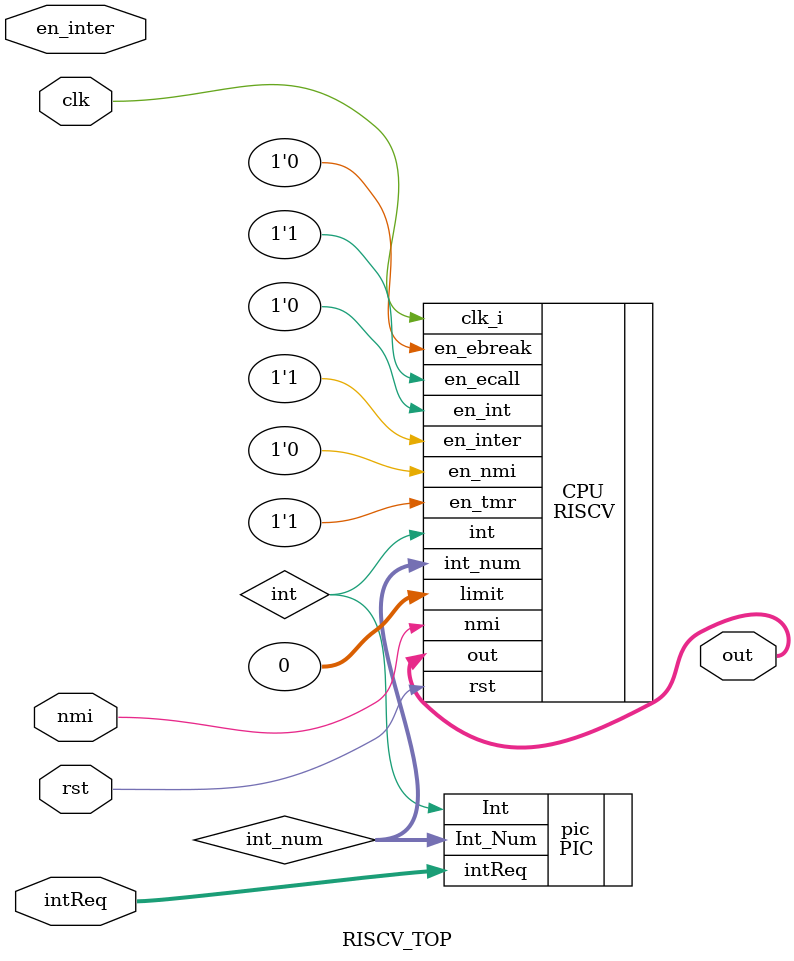
<source format=v>
`timescale 1ns / 1ps


module RISCV_TOP(    
    input       clk,
    input       rst,
    input       en_inter,
    input [7:0] intReq,
    input       nmi,
    output [31:0] out
);

wire int; 
wire [2:0] int_num;

PIC pic (.intReq(intReq), .Int(int), .Int_Num(int_num));

RISCV CPU (
        .clk_i(clk),
        .rst(rst),
        .en_inter(1'b1),
        .int(int),
        .int_num(int_num),
        .nmi(nmi),
        .en_nmi(1'b0),
        .en_ecall(1'b1),
        .en_ebreak(1'b0),
        .en_int(1'b0),
        .en_tmr(1'b1),
        .limit(0),
        .out(out)
);          

endmodule

</source>
